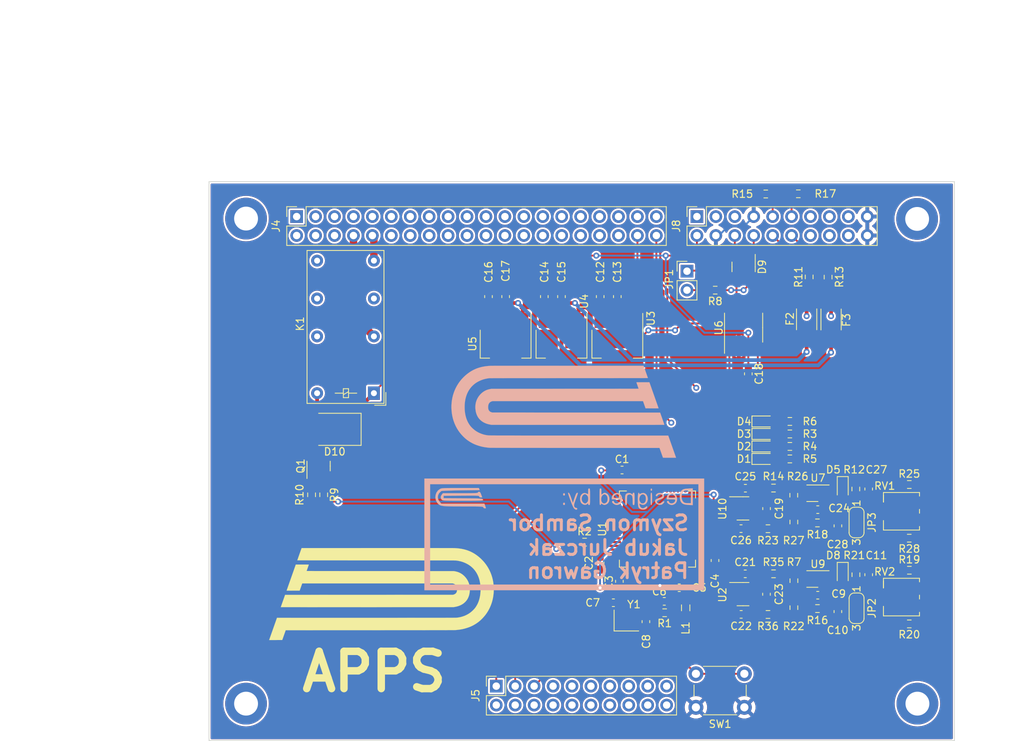
<source format=kicad_pcb>
(kicad_pcb (version 20221018) (generator pcbnew)
  (title_block (title "APPS"))
  (layers (0 "F.Cu" signal) (31 "B.Cu" signal) (34 "B.Paste" user) (35 "F.Paste" user) (36 "B.SilkS" user "B.Silkscreen") (37 "F.SilkS" user "F.Silkscreen") (38 "B.Mask" user) (39 "F.Mask" user) (44 "Edge.Cuts" user))
  (net 0 "")
  (net 1 "GND")
  (net 2 "/3V3_SYS")
  (net 3 "/3V3_A")
  (net 4 "+24V")
  (net 5 "+5V")
  (net 6 "/XTAL1")
  (net 7 "/XTAL2")
  (net 8 "/DAC_REF1")
  (net 9 "/SENSOR1")
  (net 10 "Net-(JP2-A)")
  (net 11 "Net-(C19-Pad1)")
  (net 12 "/SENSOR2")
  (net 13 "Net-(U2-+)")
  (net 14 "3V3_POT2")
  (net 15 "3V3_POT1")
  (net 16 "Net-(C23-Pad1)")
  (net 17 "/LED3")
  (net 18 "/LED2")
  (net 19 "/LED1")
  (net 20 "CAN-H")
  (net 21 "Net-(U10-+)")
  (net 22 "Net-(JP3-A)")
  (net 23 "CAN-L")
  (net 24 "/DAC_REF2")
  (net 25 "Net-(D1-A)")
  (net 26 "Net-(D2-A)")
  (net 27 "Net-(D3-A)")
  (net 28 "SIG_APPS1")
  (net 29 "SIG_APPS2")
  (net 30 "Net-(D4-A)")
  (net 31 "/Power Module/VO_POT1")
  (net 37 "SAFETY-IN")
  (net 39 "SAFETY-OUT")
  (net 43 "Net-(JP1-Pad2)")
  (net 69 "SWD")
  (net 71 "CLK")
  (net 73 "NRST")
  (net 97 "Net-(J8-Pin_12)")
  (net 98 "Net-(J8-Pin_11)")
  (net 99 "Net-(J8-Pin_10)")
  (net 104 "/EN_RELAY")
  (net 105 "Net-(J8-Pin_9)")
  (net 108 "Net-(JP2-C)")
  (net 109 "Net-(JP3-C)")
  (net 110 "Net-(Q1-G)")
  (net 111 "Net-(U1-PH3-BOOT)")
  (net 112 "Net-(U9-FG)")
  (net 113 "Net-(R35-Pad1)")
  (net 114 "Net-(R14-Pad1)")
  (net 115 "Net-(R19-Pad2)")
  (net 116 "/Power Module/VO_POT2")
  (net 117 "Net-(D10-A)")
  (net 118 "Net-(R20-Pad1)")
  (net 119 "Net-(R25-Pad2)")
  (net 120 "Net-(U7-FG)")
  (net 121 "Net-(R28-Pad1)")
  (net 145 "/CAN_RX")
  (net 146 "/LED4")
  (net 148 "/CAN_TX")
  (net 161 "Net-(U7-EN)")
  (net 162 "Net-(U9-EN)")
  (footprint "Logos:PUTM_LOGO_35mm" (layer "F.Cu") (at 122.258347 121.572129)
    (fp_text reference "G***" hide)
    (fp_text value "LOGO" hide)
  )
  (footprint "Resistor_SMD:R_0603_1608Metric_Pad0.98x0.95mm_HandSolder" (layer "F.Cu") (at 178.505 112.24 90)
    (fp_text reference "R27")
    (fp_text value "TBD")
  )
  (footprint "Resistor_SMD:R_0603_1608Metric_Pad0.98x0.95mm_HandSolder" (layer "F.Cu") (at 175.03 113.14 180)
    (fp_text reference "R23")
    (fp_text value "4k7")
  )
  (footprint "Capacitor_SMD:C_0603_1608Metric_Pad1.08x0.95mm_HandSolder" (layer "F.Cu") (at 155.1016 120.1974 90)
    (fp_text reference "C3")
    (fp_text value "100nF")
  )
  (footprint "Capacitor_SMD:C_0603_1608Metric_Pad1.08x0.95mm_HandSolder" (layer "F.Cu") (at 174.835 121.93 -90)
    (fp_text reference "C23")
    (fp_text value "100n")
  )
  (footprint "Resistor_SMD:R_0603_1608Metric_Pad0.98x0.95mm_HandSolder" (layer "F.Cu") (at 177.971 100.4232)
    (fp_text reference "R3")
    (fp_text value "300R")
  )
  (footprint "Resistor_SMD:R_0603_1608Metric_Pad0.98x0.95mm_HandSolder" (layer "F.Cu") (at 178.495 108.645 90)
    (fp_text reference "R26")
    (fp_text value "TBD")
  )
  (footprint "Resistor_SMD:R_0603_1608Metric_Pad0.98x0.95mm_HandSolder" (layer "F.Cu") (at 183.1022 79.3796 90)
    (fp_text reference "R13")
    (fp_text value "0R")
  )
  (footprint "Resistor_SMD:R_0603_1608Metric_Pad0.98x0.95mm_HandSolder" (layer "F.Cu") (at 115.4268 108.5896 -90)
    (fp_text reference "R9")
    (fp_text value "100R")
  )
  (footprint "Resistor_SMD:R_0603_1608Metric_Pad0.98x0.95mm_HandSolder" (layer "F.Cu") (at 161.1714 124.4138)
    (fp_text reference "R1")
    (fp_text value "10k")
  )
  (footprint "Package_TO_SOT_SMD:SOT-23" (layer "F.Cu") (at 114.741 104.7288 90)
    (fp_text reference "Q1")
    (fp_text value "BSS138")
  )
  (footprint "Resistor_SMD:R_0603_1608Metric_Pad0.98x0.95mm_HandSolder" (layer "F.Cu") (at 186.82 107.81 90)
    (fp_text reference "R12")
    (fp_text value "100k")
  )
  (footprint "Capacitor_SMD:C_0603_1608Metric_Pad1.08x0.95mm_HandSolder" (layer "F.Cu") (at 161.1214 122.8898)
    (fp_text reference "C6")
    (fp_text value "100nF")
  )
  (footprint "Resistor_SMD:R_0603_1608Metric_Pad0.98x0.95mm_HandSolder" (layer "F.Cu") (at 113.8012 108.5896 -90)
    (fp_text reference "R10")
    (fp_text value "10k")
  )
  (footprint "Capacitor_SMD:C_0603_1608Metric_Pad1.08x0.95mm_HandSolder" (layer "F.Cu") (at 188.543733 119.31 90)
    (fp_text reference "C11")
    (fp_text value "10n")
  )
  (footprint "Capacitor_SMD:C_0603_1608Metric_Pad1.08x0.95mm_HandSolder" (layer "F.Cu") (at 171.985 119.195 180)
    (fp_text reference "C21")
    (fp_text value "100n")
  )
  (footprint "Capacitor_SMD:C_0603_1608Metric_Pad1.08x0.95mm_HandSolder" (layer "F.Cu") (at 137.5362 81.9958 90)
    (fp_text reference "C16")
    (fp_text value "100nF")
  )
  (footprint "Resistor_SMD:R_0603_1608Metric_Pad0.98x0.95mm_HandSolder" (layer "F.Cu") (at 167.954 81.1322)
    (fp_text reference "R8")
    (fp_text value "120R")
  )
  (footprint "Resistor_SMD:R_0603_1608Metric_Pad0.98x0.95mm_HandSolder" (layer "F.Cu") (at 150.428 114.9396)
    (fp_text reference "R2")
    (fp_text value "10k")
  )
  (footprint "Resistor_SMD:R_0603_1608Metric_Pad0.98x0.95mm_HandSolder" (layer "F.Cu") (at 181.675 123.855)
    (fp_text reference "R16")
    (fp_text value "0R")
  )
  (footprint "Package_QFP:LQFP-64_10x10mm_P0.5mm" (layer "F.Cu") (at 160.207 113.187 90)
    (fp_text reference "U1")
    (fp_text value "STM32L4P5RET6")
  )
  (footprint "Package_TO_SOT_SMD:SOT-223-3_TabPin2" (layer "F.Cu") (at 154.8222 88.3458 -90)
    (fp_text reference "U3")
    (fp_text value "LM1117-3.3")
  )
  (footprint "Package_SO:SOIC-8_3.9x4.9mm_P1.27mm" (layer "F.Cu") (at 171.764 86.1614 90)
    (fp_text reference "U6")
    (fp_text value "MCP2562-H-SN")
  )
  (footprint "Crystal:Crystal_SMD_2520-4Pin_2.5x2.0mm" (layer "F.Cu") (at 156.0414 125.4552)
    (fp_text reference "Y1")
    (fp_text value "Crystal_GND24")
  )
  (footprint "Capacitor_SMD:C_0603_1608Metric_Pad1.08x0.95mm_HandSolder" (layer "F.Cu") (at 147.3292 81.9958 90)
    (fp_text reference "C15")
    (fp_text value "100nF")
  )
  (footprint "LED_SMD:LED_0603_1608Metric_Pad1.05x0.95mm_HandSolder" (layer "F.Cu") (at 174.542 103.7748)
    (fp_text reference "D1")
    (fp_text value "LED")
  )
  (footprint "Capacitor_SMD:C_0603_1608Metric_Pad1.08x0.95mm_HandSolder" (layer "F.Cu") (at 172.005 107.705 180)
    (fp_text reference "C25")
    (fp_text value "100n")
  )
  (footprint "Resistor_SMD:R_0603_1608Metric_Pad0.98x0.95mm_HandSolder" (layer "F.Cu") (at 193.993733 125.91 180)
    (fp_text reference "R20")
    (fp_text value "33k")
  )
  (footprint "Package_TO_SOT_SMD:SOT-23-5" (layer "F.Cu") (at 171.68 110.415)
    (fp_text reference "U10")
    (fp_text value "MCP6001")
  )
  (footprint "Capacitor_SMD:C_0603_1608Metric_Pad1.08x0.95mm_HandSolder" (layer "F.Cu") (at 174.845 110.44 -90)
    (fp_text reference "C19")
    (fp_text value "100n")
  )
  (footprint "Capacitor_SMD:C_0603_1608Metric_Pad1.08x0.95mm_HandSolder" (layer "F.Cu") (at 152.5108 117.759 90)
    (fp_text reference "C2")
    (fp_text value "100nF")
  )
  (footprint "Package_DFN_QFN:TDFN-8-1EP_3x2mm_P0.5mm_EP1.3x1.4mm" (layer "F.Cu") (at 181.74 108.38 180)
    (fp_text reference "U7")
    (fp_text value "MCP6N11-005\n")
  )
  (footprint "Resistor_SMD:R_0603_1608Metric_Pad0.98x0.95mm_HandSolder" (layer "F.Cu") (at 175.035 124.645 180)
    (fp_text reference "R36")
    (fp_text value "4k7")
  )
  (footprint "Capacitor_SMD:C_0603_1608Metric_Pad1.08x0.95mm_HandSolder" (layer "F.Cu") (at 171.435 124.635)
    (fp_text reference "C22")
    (fp_text value "100n")
  )
  (footprint "Jumper:SolderJumper-3_P1.3mm_Open_RoundedPad1.0x1.5mm_NumberLabels" (layer "F.Cu") (at 186.92 112.305 -90)
    (fp_text reference "JP3")
    (fp_text value "POT/DAC")
  )
  (footprint "Resistor_SMD:R_0603_1608Metric_Pad0.98x0.95mm_HandSolder" (layer "F.Cu") (at 175.78 119.19 180)
    (fp_text reference "R35")
    (fp_text value "4k7")
  )
  (footprint "Capacitor_SMD:C_0603_1608Metric_Pad1.08x0.95mm_HandSolder" (layer "F.Cu") (at 145.0292 81.9958 90)
    (fp_text reference "C14")
    (fp_text value "100nF")
  )
  (footprint "" (layer "F.Cu") (at 105.009 71.5272)
    (fp_text reference "")
    (fp_text value "")
  )
  (footprint "Connector_PinSocket_2.54mm:PinSocket_2x20_P2.54mm_Vertical" (layer "F.Cu") (at 111.8 71.26 90)
    (fp_text reference "J4")
    (fp_text value "Sygnały")
  )
  (footprint "Diode_SMD:D_0603_1608Metric_Pad1.05x0.95mm_HandSolder" (layer "F.Cu") (at 185.063733 119.315 -90)
    (fp_text reference "D8")
    (fp_text value "D_TVS")
  )
  (footprint "Potentiometer_SMD:Potentiometer_Bourns_3214J_Horizontal" (layer "F.Cu") (at 192.943733 122.31)
    (fp_text reference "RV2")
    (fp_text value "1k")
  )
  (footprint "Diode_SMD:D_SMB" (layer "F.Cu") (at 116.9 99.8025 180)
    (fp_text reference "D10")
    (fp_text value "DIODE")
  )
  (footprint "Package_TO_SOT_SMD:SOT-223-3_TabPin2" (layer "F.Cu") (at 139.8362 88.3458 -90)
    (fp_text reference "U5")
    (fp_text value "LM1117-3.3")
  )
  (footprint "Inductor_SMD:L_0805_2012Metric" (layer "F.Cu") (at 163.9916 123.7534 90)
    (fp_text reference "L1")
    (fp_text value "10u")
  )
  (footprint "Resistor_SMD:R_0603_1608Metric_Pad0.98x0.95mm_HandSolder" (layer "F.Cu") (at 178.513733 120.11 90)
    (fp_text reference "R7")
    (fp_text value "TBD")
  )
  (footprint "Resistor_SMD:R_0603_1608Metric_Pad0.98x0.95mm_HandSolder" (layer "F.Cu") (at 175.775 107.685 180)
    (fp_text reference "R14")
    (fp_text value "4k7")
  )
  (footprint "LED_SMD:LED_0603_1608Metric_Pad1.05x0.95mm_HandSolder" (layer "F.Cu") (at 174.542 100.4232)
    (fp_text reference "D3")
    (fp_text value "LED")
  )
  (footprint "Resistor_SMD:R_0603_1608Metric_Pad0.98x0.95mm_HandSolder" (layer "F.Cu") (at 193.995 107.21)
    (fp_text reference "R25")
    (fp_text value "10k")
  )
  (footprint "Resistor_SMD:R_0603_1608Metric_Pad0.98x0.95mm_HandSolder" (layer "F.Cu") (at 178.51 123.73 90)
    (fp_text reference "R22")
    (fp_text value "TBD")
  )
  (footprint "MountingHole:MountingHole_3.2mm_M3_DIN965_Pad" (layer "F.Cu") (at 195.046008 71.573201)
    (fp_text reference "" hide)
    (fp_text value "MountingHole_3.2mm_M3_DIN965_Pad")
  )
  (footprint "Package_TO_SOT_SMD:SOT-23-5" (layer "F.Cu") (at 171.685 121.915)
    (fp_text reference "U2")
    (fp_text value "MCP6001")
  )
  (footprint "Jumper:SolderJumper-3_P1.3mm_Open_RoundedPad1.0x1.5mm_NumberLabels" (layer "F.Cu") (at 186.923733 123.81 -90)
    (fp_text reference "JP2")
    (fp_text value "POT/DAC")
  )
  (footprint "Capacitor_SMD:C_0603_1608Metric_Pad1.08x0.95mm_HandSolder" (layer "F.Cu") (at 188.545 107.815 90)
    (fp_text reference "C27")
    (fp_text value "10n")
  )
  (footprint "" (layer "F.Cu") (at 195.085 136.6096)
    (fp_text reference "")
    (fp_text value "")
  )
  (footprint "Resistor_SMD:R_0603_1608Metric_Pad0.98x0.95mm_HandSolder" (layer "F.Cu") (at 194.003733 118.71)
    (fp_text reference "R19")
    (fp_text value "10k")
  )
  (footprint "Connector_PinSocket_2.54mm:PinSocket_2x10_P2.54mm_Vertical" (layer "F.Cu") (at 165.5 71.26 90)
    (fp_text reference "J8")
    (fp_text value "Zasilanie+CAN")
  )
  (footprint "Capacitor_SMD:C_0603_1608Metric_Pad1.08x0.95mm_HandSolder" (layer "F.Cu") (at 139.8362 81.9958 90)
    (fp_text reference "C17")
    (fp_text value "100nF")
  )
  (footprint "Resistor_SMD:R_0603_1608Metric_Pad0.98x0.95mm_HandSolder" (layer "F.Cu") (at 181.67 112.36)
    (fp_text reference "R18")
    (fp_text value "0R")
  )
  (footprint "Diode_SMD:D_0603_1608Metric_Pad1.05x0.95mm_HandSolder" (layer "F.Cu") (at 185.065 107.81 -90)
    (fp_text reference "D5")
    (fp_text value "D_TVS")
  )
  (footprint "Capacitor_SMD:C_0603_1608Metric_Pad1.08x0.95mm_HandSolder" (layer "F.Cu") (at 171.42 113.125)
    (fp_text reference "C26")
    (fp_text value "100n")
  )
  (footprint "Fuse:Fuse_2010_5025Metric" (layer "F.Cu") (at 183.4988 85.0692 -90)
    (fp_text reference "F3")
    (fp_text value "Fuse")
  )
  (footprint "Capacitor_SMD:C_0603_1608Metric_Pad1.08x0.95mm_HandSolder" (layer "F.Cu") (at 163.128 121.061 180)
    (fp_text reference "C5")
    (fp_text value "100nF")
  )
  (footprint "Package_TO_SOT_SMD:SOT-23" (layer "F.Cu") (at 171.764 78.008 -90)
    (fp_text reference "D9")
    (fp_text value "PESD2CAN.215")
  )
  (footprint "Resistor_SMD:R_0603_1608Metric_Pad0.98x0.95mm_HandSolder" (layer "F.Cu") (at 177.971 103.7748 180)
    (fp_text reference "R5")
    (fp_text value "300R")
  )
  (footprint "Resistor_SMD:R_0603_1608Metric_Pad0.98x0.95mm_HandSolder" (layer "F.Cu") (at 177.971 102.0996)
    (fp_text reference "R4")
    (fp_text value "300R")
  )
  (footprint "" (layer "F.Cu") (at 105.009 136.6096)
    (fp_text reference "")
    (fp_text value "")
  )
  (footprint "Button_Switch_THT:SW_PUSH_6mm" (layer "F.Cu") (at 171.8644 137.1032 180)
    (fp_text reference "SW1")
    (fp_text value "SW_Push")
  )
  (footprint "Connector_PinHeader_2.54mm:PinHeader_1x02_P2.54mm_Vertical" (layer "F.Cu") (at 164.1694 78.5872)
    (fp_text reference "JP1")
    (fp_text value "Jumper_NC_Small")
  )
  (footprint "Relay_THT:Relay_DPDT_Finder_30.22" (layer "F.Cu") (at 122.1615 94.9535 90)
    (fp_text reference "K1")
    (fp_text value "FINDER-30.22")
  )
  (footprint "Capacitor_SMD:C_0603_1608Metric_Pad1.08x0.95mm_HandSolder" (layer "F.Cu") (at 181.715 110.575)
    (fp_text reference "C24")
    (fp_text value "100n")
  )
  (footprint "Resistor_SMD:R_0603_1608Metric_Pad0.98x0.95mm_HandSolder" (layer "F.Cu") (at 179.1027 68.2036 180)
    (fp_text reference "R17")
    (fp_text value "220R")
  )
  (footprint "Capacitor_SMD:C_0603_1608Metric_Pad1.08x0.95mm_HandSolder" (layer "F.Cu") (at 158.6576 125.6076 -90)
    (fp_text reference "C8")
    (fp_text value "22pF")
  )
  (footprint "Package_TO_SOT_SMD:SOT-223-3_TabPin2" (layer "F.Cu") (at 147.3292 88.3458 -90)
    (fp_text reference "U4")
    (fp_text value "LM1117-3.3")
  )
  (footprint "Capacitor_SMD:C_0603_1608Metric_Pad1.08x0.95mm_HandSolder" (layer "F.Cu") (at 152.5222 81.9958 90)
    (fp_text reference "C12")
    (fp_text value "100nF")
  )
  (footprint "Capacitor_SMD:C_0603_1608Metric_Pad1.08x0.95mm_HandSolder" (layer "F.Cu") (at 181.713733 122.06)
    (fp_text reference "C9")
    (fp_text value "100n")
  )
  (footprint "Resistor_SMD:R_0603_1608Metric_Pad0.98x0.95mm_HandSolder" (layer "F.Cu") (at 174.7377 68.229)
    (fp_text reference "R15")
    (fp_text value "0R")
  )
  (footprint "Resistor_SMD:R_0603_1608Metric_Pad0.98x0.95mm_HandSolder" (layer "F.Cu") (at 180.5622 79.3542 90)
    (fp_text reference "R11")
    (fp_text value "220R")
  )
  (footprint "Package_DFN_QFN:TDFN-8-1EP_3x2mm_P0.5mm_EP1.3x1.4mm" (layer "F.Cu") (at 181.735 119.885 180)
    (fp_text reference "U9")
    (fp_text value "MCP6N11-005\n")
  )
  (footprint "Capacitor_SMD:C_0603_1608Metric_Pad1.08x0.95mm_HandSolder" (layer "F.Cu") (at 155.4572 105.2622)
    (fp_text reference "C1")
    (fp_text value "100nF")
  )
  (footprint "LED_SMD:LED_0603_1608Metric_Pad1.05x0.95mm_HandSolder" (layer "F.Cu") (at 174.542 98.7472)
    (fp_text reference "D4")
    (fp_text value "LED")
  )
  (footprint "Resistor_SMD:R_0603_1608Metric_Pad0.98x0.95mm_HandSolder" (layer "F.Cu") (at 177.971 98.7472 180)
    (fp_text reference "R6")
    (fp_text value "300R")
  )
  (footprint "Resistor_SMD:R_0603_1608Metric_Pad0.98x0.95mm_HandSolder" (layer "F.Cu") (at 186.833733 119.31 90)
    (fp_text reference "R21")
    (fp_text value "100k")
  )
  (footprint "Resistor_SMD:R_0603_1608Metric_Pad0.98x0.95mm_HandSolder" (layer "F.Cu") (at 193.988733 114.41 180)
    (fp_text reference "R28")
    (fp_text value "33k")
  )
  (footprint "Capacitor_SMD:C_0603_1608Metric_Pad1.08x0.95mm_HandSolder" (layer "F.Cu") (at 154.2899 123.0676)
    (fp_text reference "C7")
    (fp_text value "22pF")
  )
  (footprint "Fuse:Fuse_2010_5025Metric" (layer "F.Cu") (at 180.2222 85.0438 -90)
    (fp_text reference "F2")
    (fp_text value "Fuse")
  )
  (footprint "Capacitor_SMD:C_0603_1608Metric_Pad1.08x0.95mm_HandSolder" (layer "F.Cu") (at 172.399 92.359 -90)
    (fp_text reference "C18")
    (fp_text value "100nF")
  )
  (footprint "Capacitor_SMD:C_0603_1608Metric_Pad1.08x0.95mm_HandSolder" (layer "F.Cu") (at 184.415 124.255 90)
    (fp_text reference "C10")
    (fp_text value "10n")
  )
  (footprint "Capacitor_SMD:C_0603_1608Metric_Pad1.08x0.95mm_HandSolder" (layer "F.Cu") (at 184.42 112.755 90)
    (fp_text reference "C28")
    (fp_text value "10n")
  )
  (footprint "Capacitor_SMD:C_0603_1608Metric_Pad1.08x0.95mm_HandSolder" (layer "F.Cu") (at 154.8222 81.9958 90)
    (fp_text reference "C13")
    (fp_text value "100nF")
  )
  (footprint "Connector_PinSocket_2.54mm:PinSocket_2x10_P2.54mm_Vertical" (layer "F.Cu") (at 138.58 134.26 90)
    (fp_text reference "J5")
    (fp_text value "Diagnostyka")
  )
  (footprint "Capacitor_SMD:C_0603_1608Metric_Pad1.08x0.95mm_HandSolder" (layer "F.Cu") (at 167.9286 117.4034 -90)
    (fp_text reference "C4")
    (fp_text value "100nF")
  )
  (footprint "Potentiometer_SMD:Potentiometer_Bourns_3214J_Horizontal" (layer "F.Cu") (at 192.945 110.8)
    (fp_text reference "RV1")
    (fp_text value "1k")
  )
  (footprint "LED_SMD:LED_0603_1608Metric_Pad1.05x0.95mm_HandSolder" (layer "F.Cu") (at 174.542 102.0996)
    (fp_text reference "D2")
    (fp_text value "LED")
  )
  (footprint "Logos:SignatureBox37mm" (layer "B.Cu") (at 147.7356 113.8982 180)
    (fp_text reference "G***" hide)
    (fp_text value "LOGO" hide)
  )
  (footprint "Logos:PUTM_LOGO_35mm" (layer "B.Cu") (at 148.552254 97.114729 180)
    (fp_text reference "G***" hide)
    (fp_text value "LOGO" hide)
  )
  (gr_line (start 100.046008 66.573201) (end 100.046008 141.573201) (stroke (width 0.1)) (layer "Edge.Cuts"))
  (gr_line (start 200.046008 141.573201) (end 200.046008 66.573201) (stroke (width 0.1)) (layer "Edge.Cuts"))
  (gr_line (start 200.046008 66.573201) (end 100.046008 66.573201) (stroke (width 0.1)) (layer "Edge.Cuts"))
  (gr_line (start 100.046008 141.573201) (end 200.046008 141.573201) (stroke (width 0.1)) (layer "Edge.Cuts"))
  (gr_text "Szymon Sambor" (at 152.3076 112.3742) (layer "B.SilkS") (effects (font (size 2 2) (thickness 0.4)) (justify mirror)))
  (gr_text "Jakub Jurczak" (at 153.5776 115.6762) (layer "B.SilkS") (effects (font (size 2 2) (thickness 0.4)) (justify mirror)))
  (gr_text "Patryk Gawron" (at 153.5268 118.8004) (layer "B.SilkS") (effects (font (size 2 2) (thickness 0.4)) (justify mirror)))
  (gr_text "APPS" (at 122.1954 132.3264) (layer "F.SilkS") (effects (font (size 5 5) (thickness 1))))
  (segment (start 167.065 116.779994) (end 166.722006 116.437) (width 0.25) (layer "F.Cu") (net 1))
  (segment (start 167.9286 118.2659) (end 167.065 117.4023) (width 0.25) (layer "F.Cu") (net 1))
  (segment (start 155.1664 123.0816) (end 155.1524 123.0676) (width 0.25) (layer "F.Cu") (net 1))
  (segment (start 161.957 120.7525) (end 162.2655 121.061) (width 0.25) (layer "F.Cu") (net 1))
  (segment (start 161.956999 117.78778) (end 163.307778 116.437001) (width 0.25) (layer "F.Cu") (net 1))
  (segment (start 164.807779 109.936999) (end 165.8331 109.936999) (width 0.25) (layer "F.Cu") (net 1))
  (segment (start 166.722006 116.437) (end 165.882 116.437) (width 0.25) (layer "F.Cu") (net 1))
  (segment (start 156.957 107.512) (end 156.957 105.8995) (width 0.25) (layer "F.Cu") (net 1))
  (segment (start 155.63152 117.658482) (end 156.853001 116.437001) (width 0.25) (layer "F.Cu") (net 1))
  (segment (start 152.587 116.9727) (end 152.5605 116.9462) (width 0.25) (layer "F.Cu") (net 1))
  (segment (start 158.307777 109.936999) (end 156.956999 108.586221) (width 0.25) (layer "F.Cu") (net 1))
  (segment (start 161.956999 117.787777) (end 161.956999 118.8131) (width 0.25) (layer "F.Cu") (net 1))
  (segment (start 167.065 117.4023) (end 167.065 116.779994) (width 0.25) (layer "F.Cu") (net 1))
  (segment (start 163.307778 116.437001) (end 165.8331 116.437001) (width 0.25) (layer "F.Cu") (net 1))
  (segment (start 156.9164 126.1552) (end 158.3427 126.1552) (width 0.25) (layer "F.Cu") (net 1))
  (segment (start 156.853001 116.437001) (end 160.606223 116.437001) (width 0.25) (layer "F.Cu") (net 1))
  (segment (start 162.2655 121.061) (end 160.842 121.061) (width 0.25) (layer "F.Cu") (net 1))
  (segment (start 156.7668 126.1552) (end 156.9164 126.1552) (width 0.25) (layer "F.Cu") (net 1))
  (segment (start 154.5809 116.437001) (end 156.853001 116.437001) (width 0.25) (layer "F.Cu") (net 1))
  (segment (start 154.532 116.437) (end 152.9703 116.437) (width 0.25) (layer "F.Cu") (net 1))
  (segment (start 161.957 118.862) (end 161.957 120.7525) (width 0.25) (layer "F.Cu") (net 1))
  (segment (start 156.957 105.8995) (end 156.3197 105.2622) (width 0.25) (layer "F.Cu") (net 1))
  (segment (start 163.307778 111.437) (end 164.807779 109.936999) (width 0.25) (layer "F.Cu") (net 1))
  (segment (start 161.9839 122.8898) (end 160.5372 121.4431) (width 0.25) (layer "F.Cu") (net 1))
  (segment (start 152.9703 116.437) (end 152.5108 116.8965) (width 0.25) (layer "F.Cu") (net 1))
  (segment (start 161.956999 118.8131) (end 161.956999 117.78778) (width 0.25) (layer "F.Cu") (net 1))
  (segment (start 155.63152 118.80498) (end 155.63152 117.658482) (width 0.25) (layer "F.Cu") (net 1))
  (segment (start 155.3668 124.7552) (end 156.7668 126.1552) (width 0.25) (layer "F.Cu") (net 1))
  (segment (start 160.842 121.061) (end 160.5372 120.7562) (width 0.25) (layer "F.Cu") (net 1))
  (segment (start 163.307778 116.437001) (end 163.307778 111.437) (width 0.25) (layer "F.Cu") (net 1))
  (segment (start 160.5372 121.4431) (end 160.5372 120.7562) (width 0.25) (layer "F.Cu") (net 1))
  (segment (start 158.3427 126.1552) (end 158.6576 126.4701) (width 0.25) (layer "F.Cu") (net 1))
  (segment (start 164.807779 109.936999) (end 158.307777 109.936999) (width 0.25) (layer "F.Cu") (net 1))
  (segment (start 155.1016 119.3349) (end 155.63152 118.80498) (width 0.25) (layer "F.Cu") (net 1))
  (segment (start 160.606223 116.437001) (end 161.956999 117.787777) (width 0.25) (layer "F.Cu") (net 1))
  (segment (start 155.1664 124.7552) (end 155.1664 123.0816) (width 0.25) (layer "F.Cu") (net 1))
  (segment (start 156.956999 108.586221) (end 156.956999 107.5609) (width 0.25) (layer "F.Cu") (net 1))
  (via (at 160.5372 120.7562) (size 0.8) (drill 0.4) (layers "F.Cu" "B.Cu") (net 1))
  (segment (start 173.12 71.26) (end 171.855 72.525) (width 0.25) (layer "B.Cu") (net 1))
  (segment (start 168.45 73.8) (end 168.04 73.8) (width 0.25) (layer "B.Cu") (net 1))
  (segment (start 171.855 72.525) (end 169.725 72.525) (width 0.25) (layer "B.Cu") (net 1))
  (segment (start 169.725 72.525) (end 168.45 73.8) (width 0.25) (layer "B.Cu") (net 1))
  (segment (start 156.457 119.7045) (end 156.457 118.862) (width 0.25) (layer "F.Cu") (net 2))
  (segment (start 177.8835 88.8835) (end 174.6026 85.6026) (width 0.25) (layer "F.Cu") (net 2))
  (segment (start 173.75 85.6026) (end 163.4836 85.6026) (width 0.25) (layer "F.Cu") (net 2))
  (segment (start 169 117.6123) (end 167.9286 116.5409) (width 0.25) (layer "F.Cu") (net 2))
  (segment (start 158.984489 86.520311) (end 158.9878 86.517) (width 0.25) (layer "F.Cu") (net 2))
  (segment (start 163.9916 124.8159) (end 162.486 124.8159) (width 0.25) (layer "F.Cu") (net 2))
  (segment (start 154.8222 85.1958) (end 154.8222 86.8222) (width 0.25) (layer "F.Cu") (net 2))
  (segment (start 163.9916 124.8159) (end 164.9341 124.8159) (width 0.25) (layer "F.Cu") (net 2))
  (segment (start 167.3247 115.937) (end 165.8331 115.937) (width 0.25) (layer "F.Cu") (net 2))
  (segment (start 167.7508 109.1992) (end 167.513 109.437) (width 0.25) (layer "F.Cu") (net 2))
  (segment (start 154.5947 105.2622) (end 154.5947 105.6497) (width 0.25) (layer "F.Cu") (net 2))
  (segment (start 154.5947 105.6497) (end 156.457 107.512) (width 0.25) (layer "F.Cu") (net 2))
  (segment (start 167.9286 116.5409) (end 167.3247 115.937) (width 0.25) (layer "F.Cu") (net 2))
  (segment (start 152.8475 118.6215) (end 154.532 116.937) (width 0.25) (layer "F.Cu") (net 2))
  (segment (start 163.4836 85.6026) (end 162.5692 86.517) (width 0.25) (layer "F.Cu") (net 2))
  (segment (start 155.1005 121.061) (end 155.1016 121.0599) (width 0.25) (layer "F.Cu") (net 2))
  (segment (start 167.7508 108.5642) (end 167.7508 109.1992) (width 0.25) (layer "F.Cu") (net 2))
  (segment (start 164.9341 124.8159) (end 169 120.75) (width 0.25) (layer "F.Cu") (net 2))
  (segment (start 167.513 109.437) (end 165.8331 109.437) (width 0.25) (layer "F.Cu") (net 2))
  (segment (start 169 120.75) (end 169 117.6123) (width 0.25) (layer "F.Cu") (net 2))
  (segment (start 152.5108 121.061) (end 155.1005 121.061) (width 0.25) (layer "F.Cu") (net 2))
  (segment (start 152.5108 118.6215) (end 152.8475 118.6215) (width 0.25) (layer "F.Cu") (net 2))
  (segment (start 174.6026 85.6026) (end 173.75 85.6026) (width 0.25) (layer "F.Cu") (net 2))
  (segment (start 173.75 85.6026) (end 173.75 83.7674) (width 0.25) (layer "F.Cu") (net 2))
  (segment (start 154.8222 85.1958) (end 154.8222 82.8583) (width 0.25) (layer "F.Cu") (net 2))
  (segment (start 173.75 83.7674) (end 173.669 83.6864) (width 0.25) (layer "F.Cu") (net 2))
  (segment (start 158.9878 86.517) (end 154.8222 90.6826) (width 0.25) (layer "F.Cu") (net 2))
  (segment (start 154.8222 90.6826) (end 154.8222 91.4958) (width 0.25) (layer "F.Cu") (net 2))
  (segment (start 155.1016 121.0599) (end 156.457 119.7045) (width 0.25) (layer "F.Cu") (net 2))
  (segment (start 162.486 124.8159) (end 162.0839 124.4138) (width 0.25) (layer "F.Cu") (net 2))
  (segment (start 154.5439 105.313) (end 154.5947 105.2622) (width 0.25) (layer "F.Cu") (net 2))
  (segment (start 154.8222 86.8222) (end 156.7524 88.7524) (width 0.25) (layer "F.Cu") (net 2))
  (segment (start 152.6632 105.313) (end 154.5439 105.313) (width 0.25) (layer "F.Cu") (net 2))
  (segment (start 152.5108 121.061) (end 152.5108 118.6215) (width 0.25) (layer "F.Cu") (net 2))
  (via (at 167.7508 108.5642) (size 0.8) (drill 0.4) (layers "F.Cu" "B.Cu") (net 2))
  (via (at 152.6632 105.313) (size 0.8) (drill 0.4) (layers "F.Cu" "B.Cu") (net 2))
  (via (at 158.9878 86.517) (size 0.8) (drill 0.4) (layers "F.Cu" "B.Cu") (net 2))
  (via (at 162.5692 86.517) (size 0.8) (drill 0.4) (layers "F.Cu" "B.Cu") (net 2))
  (via (at 152.5108 121.061) (size 0.8) (drill 0.4) (layers "F.Cu" "B.Cu") (net 2))
  (segment (start 161.223 108.5642) (end 158.8989 110.8883) (width 0.25) (layer "B.Cu") (net 2))
  (segment (start 152.5108 117.2764) (end 152.5108 121.061) (width 0.25) (layer "B.Cu") (net 2))
  (segment (start 158.8989 110.8883) (end 156.7907 110.8883) (width 0.25) (layer "B.Cu") (net 2))
  (segment (start 158.8989 110.8883) (end 152.587 117.2002) (width 0.25) (layer "B.Cu") (net 2))
  (segment (start 152.587 117.2002) (end 152.5108 117.2764) (width 0.25) (layer "B.Cu") (net 2))
  (segment (start 156.7907 110.8883) (end 152.6632 106.7608) (width 0.25) (layer "B.Cu") (net 2))
  (segment (start 152.6632 106.7608) (end 152.6632 105.313) (width 0.25) (layer "B.Cu") (net 2))
  (segment (start 158.9878 86.517) (end 162.5692 86.517) (width 0.25) (layer "B.Cu") (net 2))
  (segment (start 167.7508 108.5642) (end 161.223 108.5642) (width 0.25) (layer "B.Cu") (net 2))
  (segment (start 163.9959 122.712) (end 163.9959 121.0664) (width 0.25) (layer "F.Cu") (net 3))
  (segment (start 162.457001 119.838423) (end 162.457001 118.8131) (width 0.25) (layer "F.Cu") (net 3))
  (segment (start 163.9905 121.061) (end 163.679578 121.061) (width 0.25) (layer "F.Cu") (net 3))
  (segment (start 163.9959 121.0664) (end 163.9905 121.061) (width 0.25) (layer "F.Cu") (net 3))
  (segment (start 163.679578 121.061) (end 162.457001 119.838423) (width 0.25) (layer "F.Cu") (net 3))
  (segment (start 137.5362 82.8583) (end 137.5362 85.1958) (width 0.5) (layer "F.Cu") (net 5))
  (segment (start 165.5 74.9756) (end 165.5 73.8) (width 0.25) (layer "F.Cu") (net 5))
  (segment (start 150.3518 76.5186) (end 150.3518 77.627) (width 0.25) (layer "F.Cu") (net 5))
  (segment (start 172.399 86.846907) (end 172.399 88.6364) (width 0.25) (layer "F.Cu") (net 5))
  (segment (start 136 77.5008) (end 136 81.3221) (width 0.25) (layer "F.Cu") (net 5))
  (segment (start 122.1615 94.8385) (end 131.8042 85.1958) (width 0.25) (layer "F.Cu") (net 5))
  (segment (start 161.32 76.5) (end 163.9756 76.5) (width 0.25) (layer "F.Cu") (net 5))
  (segment (start 150.3518 77.627) (end 150.3518 80.6879) (width 0.25) (layer "F.Cu") (net 5))
  (segment (start 131.8042 85.1958) (end 137.5362 85.1958) (width 0.25) (layer "F.Cu") (net 5))
  (segment (start 142.7826 76.5928) (end 142.7826 80.6117) (width 0.25) (layer "F.Cu") (net 5))
  (segment (start 136 81.3221) (end 137.5362 82.8583) (width 0.25) (layer "F.Cu") (net 5))
  (segment (start 150.3704 76.5) (end 150.3518 76.5186) (width 0.25) (layer "F.Cu") (net 5))
  (segment (start 142.7826 80.6117) (end 145.0292 82.8583) (width 0.25) (layer "F.Cu") (net 5))
  (segment (start 150.3518 80.6879) (end 152.5222 82.8583) (width 0.25) (layer "F.Cu") (net 5))
  (segment (start 145.0292 82.8583) (end 145.0292 85.1958) (width 0.5) (layer "F.Cu") (net 5))
  (segment (start 119.05 98.065) (end 122.1615 94.9535) (width 0.5) (layer "F.Cu") (net 5))
  (segment (start 119.05 99.8025) (end 119.05 98.065) (width 0.5) (layer "F.Cu") (net 5))
  (segment (start 152.5222 82.8583) (end 152.5222 85.1958) (width 0.5) (layer "F.Cu") (net 5))
  (segment (start 150.3332 76.5) (end 137.0008 76.5) (width 0.25) (layer "F.Cu") (net 5))
  (segment (start 122.1615 94.9535) (end 122.1615 94.8385) (width 0.25) (layer "F.Cu") (net 5))
  (segment (start 137.0008 76.5) (end 136 77.5008) (width 0.25) (layer "F.Cu") (net 5))
  (segment (start 172.399 91.4965) (end 172.399 88.6364) (width 0.25) (layer "F.Cu") (net 5))
  (segment (start 152 76.5) (end 150.3704 76.5) (width 0.25) (layer "F.Cu") (net 5))
  (segment (start 142.75 76.5602) (end 142.7826 76.5928) (width 0.25) (layer "F.Cu") (net 5))
  (segment (start 150.3518 76.5186) (end 150.3332 76.5) (width 0.25) (layer "F.Cu") (net 5))
  (segment (start 163.9756 76.5) (end 165.5 74.9756) (width 0.25) (layer "F.Cu") (net 5))
  (via (at 172.399 86.846907) (size 0.8) (drill 0.4) (layers "F.Cu" "B.Cu") (net 5))
  (via (at 152 76.5) (size 0.8) (drill 0.4) (layers "F.Cu" "B.Cu") (net 5))
  (via (at 161.32 76.5) (size 0.8) (drill 0.4) (layers "F.Cu" "B.Cu") (net 5))
  (segment (start 172.398707 86.8472) (end 172.399 86.846907) (width 0.25) (layer "B.Cu") (net 5))
  (segment (start 161.32 76.5) (end 152 76.5) (width 0.25) (layer "B.Cu") (net 5))
  (segment (start 166.5062 86.8472) (end 172.398707 86.8472) (width 0.25) (layer "B.Cu") (net 5))
  (segment (start 161.32 76.5) (end 161.32 81.661) (width 0.25) (layer "B.Cu") (net 5))
  (segment (start 161.32 81.661) (end 166.5062 86.8472) (width 0.25) (layer "B.Cu") (net 5))
  (segment (start 153.4274 123.0676) (end 154.418 122.077) (width 0.25) (layer "F.Cu") (net 6))
  (segment (start 158.457 121.414) (end 158.457 118.862) (width 0.25) (layer "F.Cu") (net 6))
  (segment (start 157.794 122.077) (end 158.2512 121.6198) (width 0.25) (layer "F.Cu") (net 6))
  (segment (start 154.4046 126.1552) (end 153.4274 125.178) (width 0.25) (layer "F.Cu") (net 6))
  (segment (start 153.4274 125.178) (end 153.4274 123.0676) (width 0.25) (layer "F.Cu") (net 6))
  (segment (start 158.2512 121.6198) (end 158.457 121.414) (width 0.25) (layer "F.Cu") (net 6))
  (segment (start 154.418 122.077) (end 157.794 122.077) (width 0.25) (layer "F.Cu") (net 6))
  (segment (start 155.1664 126.1552) (end 154.4046 126.1552) (width 0.25) (layer "F.Cu") (net 6))
  (segment (start 158.6475 124.7552) (end 158.6576 124.7451) (width 0.25) (layer "F.Cu") (net 7))
  (segment (start 158.6576 124.7451) (end 158.9624 124.4403) (width 0.25) (layer "F.Cu") (net 7))
  (segment (start 158.9624 118.8674) (end 158.957 118.862) (width 0.25) (layer "F.Cu") (net 7))
  (segment (start 158.9624 124.4403) (end 158.9624 118.8674) (width 0.25) (layer "F.Cu") (net 7))
  (segment (start 156.9164 124.7552) (end 158.6475 124.7552) (width 0.25) (layer "F.Cu") (net 7))
  (segment (start 168.8578 115.437) (end 165.882 115.437) (width 0.25) (layer "F.Cu") (net 8))
  (segment (start 183.1022 81.4976) (end 183.4988 81.8942) (width 0.5) (layer "F.Cu") (net 14))
  (segment (start 183.4988 82.8192) (end 183.4988 84.612) (width 0.5) (layer "F.Cu") (net 14))
  (segment (start 183.4988 81.8942) (end 183.4988 82.8192) (width 0.5) (layer "F.Cu") (net 14))
  (segment (start 183.1022 80.3087) (end 183.1022 81.4976) (width 0.5) (layer "F.Cu") (net 14))
  (via (at 183.4988 84.612) (size 0.8) (drill 0.4) (layers "F.Cu" "B.Cu") (net 14))
  (segment (start 180.2222 82.7938) (end 180.2222 84.612) (width 0.5) (layer "F.Cu") (net 15))
  (segment (start 180.5622 81.1478) (end 180.2222 81.4878) (width 0.5) (layer "F.Cu") (net 15))
  (segment (start 180.5622 80.3087) (end 180.5622 81.1478) (width 0.5) (layer "F.Cu") (net 15))
  (segment (start 180.2222 81.4878) (end 180.2222 82.7938) (width 0.5) (layer "F.Cu") (net 15))
  (via (at 180.2222 84.612) (size 0.8) (drill 0.4) (layers "F.Cu" "B.Cu") (net 15))
  (segment (start 170.58 76.8365) (end 170.58 73.8) (width 0.25) (layer "F.Cu") (net 20))
  (segment (start 170.814 83.3714) (end 171.129 83.6864) (width 0.25) (layer "F.Cu") (net 20))
  (segment (start 170.814 77.0705) (end 170.814 83.3714) (width 0.25) (layer "F.Cu") (net 20))
  (segment (start 170.814 77.0705) (end 170.814 77.4594) (width 0.25) (layer "F.Cu") (net 20))
  (segment (start 170.814 77.0705) (end 170.58 76.8365) (width 0.25) (layer "F.Cu") (net 20))
  (segment (start 170.814 77.4594) (end 169.7574 78.516) (width 0.25) (layer "F.Cu") (net 20))
  (segment (start 169.7524 78.511) (end 164.7536 78.511) (width 0.25) (layer "F.Cu") (net 20))
  (segment (start 169.7574 78.516) (end 169.7524 78.511) (width 0.25) (layer "F.Cu") (net 20))
  (segment (start 172.714 79.8774) (end 172.714 80.0044) (width 0.25) (layer "F.Cu") (net 23))
  (segment (start 171.764 81.1322) (end 172.714 80.1822) (width 0.25) (layer "F.Cu") (net 23))
  (segment (start 172.714 80.1822) (end 172.714 80.0044) (width 0.25) (layer "F.Cu") (net 23))
  (segment (start 169.8082 81.1322) (end 170.0876 81.1322) (width 0.25) (layer "F.Cu") (net 23))
  (segment (start 173.12 76.6645) (end 173.12 73.8) (width 0.25) (layer "F.Cu") (net 23))
  (segment (start 172.714 77.0705) (end 172.714 79.8774) (width 0.25) (layer "F.Cu") (net 23))
  (segment (start 172.714 77.0705) (end 173.12 76.6645) (width 0.25) (layer "F.Cu") (net 23))
  (segment (start 172.714 80.0044) (end 172.714 83.3714) (width 0.25) (layer "F.Cu") (net 23))
  (segment (start 172.714 83.3714) (end 172.399 83.6864) (width 0.25) (layer "F.Cu") (net 23))
  (segment (start 168.8665 81.1322) (end 169.8082 81.1322) (width 0.25) (layer "F.Cu") (net 23))
  (via (at 170.0876 81.1322) (size 0.8) (drill 0.4) (layers "F.Cu" "B.Cu") (net 23))
  (via (at 171.764 81.1322) (size 0.8) (drill 0.4) (layers "F.Cu" "B.Cu") (net 23))
  (segment (start 171.4592 81.1322) (end 171.764 81.1322) (width 0.25) (layer "B.Cu") (net 23))
  (segment (start 170.0876 81.1322) (end 171.4592 81.1322) (width 0.25) (layer "B.Cu") (net 23))
  (segment (start 160.08 96.9056) (end 160.08 96.931) (width 0.25) (layer "F.Cu") (net 28))
  (segment (start 160.08 81.1322) (end 160.08 96.9056) (width 0.25) (layer "F.Cu") (net 28))
  (segment (start 157.52 78.5722) (end 160.0546 81.1068) (width 0.25) (layer "F.Cu") (net 28))
  (segment (start 160.08 96.931) (end 162.0612 98.9122) (width 0.25) (layer "F.Cu") (net 28))
  (segment (start 160.0546 81.1068) (end 160.08 81.1322) (width 0.25) (layer "F.Cu") (net 28))
  (segment (start 157.52 73.8) (end 157.52 78.5722) (width 0.25) (layer "F.Cu") (net 28))
  (via (at 162.0612 98.9122) (size 0.8) (drill 0.4) (layers "F.Cu" "B.Cu") (net 28))
  (segment (start 161.3246 80.8274) (end 161.5278 81.0306) (width 0.25) (layer "F.Cu") (net 29))
  (segment (start 161.5278 90.3524) (end 165.414 94.2386) (width 0.25) (layer "F.Cu") (net 29))
  (segment (start 161.5278 90.2762) (end 161.5278 90.3524) (width 0.25) (layer "F.Cu") (net 29))
  (segment (start 160.06 79.5628) (end 161.3246 80.8274) (width 0.25) (layer "F.Cu") (net 29))
  (segment (start 161.5278 81.0306) (end 161.5278 90.2762) (width 0.25) (layer "F.Cu") (net 29))
  (segment (start 160.06 73.8) (end 160.06 79.5628) (width 0.25) (layer "F.Cu") (net 29))
  (via (at 165.414 94.2386) (size 0.8) (drill 0.4) (layers "F.Cu" "B.Cu") (net 29))
  (segment (start 149.1315 82.8583) (end 147.3292 82.8583) (width 0.5) (layer "F.Cu") (net 31))
  (segment (start 147.3292 85.1958) (end 147.3292 91.4958) (width 0.5) (layer "F.Cu") (net 31))
  (segment (start 147.3292 82.8583) (end 147.3292 85.1958) (width 0.5) (layer "F.Cu") (net 31))
  (segment (start 180.2222 89.4126) (end 180.2222 87.2938) (width 0.5) (layer "F.Cu") (net 31))
  (via (at 149.1315 82.8583) (size 0.8) (drill 0.4) (layers "F.Cu" "B.Cu") (net 31))
  (via (at 180.2222 89.4126) (size 0.8) (drill 0.4) (layers "F.Cu" "B.Cu") (net 31))
  (segment (start 149.1315 82.8583) (end 156.78968 90.51648) (width 0.5) (layer "B.Cu") (net 31))
  (segment (start 179.11832 90.51648) (end 180.2222 89.4126) (width 0.5) (layer "B.Cu") (net 31))
  (segment (start 156.78968 90.51648) (end 179.11832 90.51648) (width 0.5) (layer "B.Cu") (net 31))
  (segment (start 119.42 73.8) (end 119.42 84.592) (width 1) (layer "F.Cu") (net 37))
  (segment (start 119.42 84.592) (end 122.1615 87.3335) (width 1) (layer "F.Cu") (net 37))
  (segment (start 122.1615 74.0015) (end 121.96 73.8) (width 1) (layer "F.Cu") (net 39))
  (segment (start 122.1615 77.1735) (end 122.1615 74.0015) (width 1) (layer "F.Cu") (net 39))
  (segment (start 167.0365 81.1272) (end 164.1694 81.1272) (width 0.25) (layer "F.Cu") (net 43))
  (segment (start 167.0415 81.1322) (end 167.0365 81.1272) (width 0.25) (layer "F.Cu") (net 43))
  (segment (start 157.457 107.5609) (end 157.457 104.707) (width 0.25) (layer "F.Cu") (net 69))
  (segment (start 138.58 113.42) (end 138.58 134.26) (width 0.25) (layer "F.Cu") (net 69))
  (segment (start 157.457 104.707) (end 156.75 104) (width 0.25) (layer "F.Cu") (net 69))
  (segment (start 156.75 104) (end 148 104) (width 0.25) (layer "F.Cu") (net 69))
  (segment (start 148 104) (end 138.58 113.42) (width 0.25) (layer "F.Cu") (net 69))
  (segment (start 141.12 114.5194) (end 141.12 134.26) (width 0.25) (layer "F.Cu") (net 71))
  (segment (start 146.2024 109.437) (end 141.12 114.5194) (width 0.25) (layer "F.Cu") (net 71))
  (segment (start 154.5809 109.437) (end 146.2024 109.437) (width 0.25) (layer "F.Cu") (net 71))
  (segment (start 164.5112 131.75) (end 165.3644 132.6032) (width 0.25) (layer "F.Cu") (net 73))
  (segment (start 159.457 122.0879) (end 159.457 118.862) (width 0.25) (layer "F.Cu") (net 73))
  (segment (start 160.2589 131.75) (end 164.5112 131.75) (width 0.25) (layer "F.Cu") (net 73))
  (segment (start 160.2589 124.4138) (end 160.2589 122.8898) (width 0.25) (layer "F.Cu") (net 73))
  (segment (start 165.3644 132.6032) (end 171.8644 132.6032) (width 0.25) (layer "F.Cu") (net 73))
  (segment (start 143.66 134.26) (end 146.17 131.75) (width 0.25) (layer "F.Cu") (net 73))
  (segment (start 146.17 131.75) (end 160.2589 131.75) (width 0.25) (layer "F.Cu") (net 73))
  (segment (start 160.2589 122.8898) (end 159.457 122.0879) (width 0.25) (layer "F.Cu") (net 73))
  (segment (start 160.2589 131.75) (end 160.2589 124.4138) (width 0.25) (layer "F.Cu") (net 73))
  (segment (start 182.8671 78.4671) (end 178.2 73.8) (width 0.25) (layer "F.Cu") (net 97))
  (segment (start 183.1022 78.4671) (end 182.8671 78.4671) (width 0.25) (layer "F.Cu") (net 97))
  (segment (start 178.1902 68.2036) (end 178.2 68.2134) (width 0.25) (layer "F.Cu") (net 98))
  (segment (start 178.2 68.2134) (end 178.2 71.26) (width 0.25) (layer "F.Cu") (net 98))
  (segment (start 180.3017 78.4417) (end 175.66 73.8) (width 0.25) (layer "F.Cu") (net 99))
  (segment (start 180.5622 78.4417) (end 180.3017 78.4417) (width 0.25) (layer "F.Cu") (net 99))
  (segment (start 115.4268 109.5021) (end 117.3553 109.5021) (width 0.25) (layer "F.Cu") (net 104))
  (segment (start 153.181799 115.437001) (end 154.5809 115.437001) (width 0.25) (layer "F.Cu") (net 104))
  (segment (start 117.3553 109.5021) (end 117.3572 109.504) (width 0.25) (layer "F.Cu") (net 104))
  (segment (start 146.646 115.854) (end 152.7648 115.854) (width 0.25) (layer "F.Cu") (net 104))
  (segment (start 146.632 115.868) (end 146.646 115.854) (width 0.25) (layer "F.Cu") (net 104))
  (segment (start 152.7648 115.854) (end 153.181799 115.437001) (width 0.25) (layer "F.Cu") (net 104))
  (via (at 117.3572 109.504) (size 0.8) (drill 0.4) (layers "F.Cu" "B.Cu") (net 104))
  (via (at 146.632 115.868) (size 0.8) (drill 0.4) (layers "F.Cu" "B.Cu") (net 104))
  (segment (start 146.632 115.868) (end 140.268 109.504) (width 0.25) (layer "B.Cu") (net 104))
  (segment (start 140.268 109.504) (end 117.3572 109.504) (width 0.25) (layer "B.Cu") (net 104))
  (segment (start 175.6502 68.229) (end 175.66 68.2388) (width 0.25) (layer "F.Cu") (net 105))
  (segment (start 175.66 68.2388) (end 175.66 71.26) (width 0.25) (layer "F.Cu") (net 105))
  (segment (start 115.4268 107.6771) (end 113.8012 107.6771) (width 0.25) (layer "F.Cu") (net 110))
  (segment (start 113.791 107.6669) (end 113.8012 107.6771) (width 0.25) (layer "F.Cu") (net 110))
  (segment (start 113.791 105.6663) (end 113.791 107.6669) (width 0.25) (layer "F.Cu") (net 110))
  (segment (start 151.3405 114.9396) (end 151.343101 114.936999) (width 0.25) (layer "F.Cu") (net 111))
  (segment (start 151.343101 114.936999) (end 154.5809 114.936999) (width 0.25) (layer "F.Cu") (net 111))
  (segment (start 141.4989 82.8583) (end 139.8362 82.8583) (width 0.5) (layer "F.Cu") (net 116))
  (segment (start 139.8362 85.1958) (end 139.8362 91.4958) (width 0.5) (layer "F.Cu") (net 116))
  (segment (start 139.8362 82.8583) (end 139.8362 85.1958) (width 0.5) (layer "F.Cu") (net 116))
  (segment (start 141.5 82.8594) (end 141.4989 82.8583) (width 0.5) (layer "F.Cu") (net 116))
  (segment (start 183.4988 89.4888) (end 183.4988 87.3192) (width 0.5) (layer "F.Cu") (net 116))
  (via (at 141.5 82.8594) (size 0.8) (drill 0.4) (layers "F.Cu" "B.Cu") (net 116))
  (via (at 183.4988 89.4888) (size 0.8) (drill 0.4) (layers "F.Cu" "B.Cu") (net 116))
  (segment (start 141.5 82.8594) (end 149.8566 91.216) (width 0.5) (layer "B.Cu") (net 116))
  (segment (start 181.7716 91.216) (end 183.4988 89.4888) (width 0.5) (layer "B.Cu") (net 116))
  (segment (start 149.8566 91.216) (end 181.7716 91.216) (width 0.5) (layer "B.Cu") (net 116))
  (segment (start 114.75 99.8025) (end 114.75 103.7823) (width 0.25) (layer "F.Cu") (net 117))
  (segment (start 114.5415 94.9535) (end 114.5415 99.594) (width 0.5) (layer "F.Cu") (net 117))
  (segment (start 114.5415 99.594) (end 114.75 99.8025) (width 0.5) (layer "F.Cu") (net 117))
  (segment (start 114.75 103.7823) (end 114.741 103.7913) (width 0.25) (layer "F.Cu") (net 117))
  (segment (start 172.8308 94.645) (end 173.669 93.8068) (width 0.25) (layer "F.Cu") (net 145))
  (segment (start 158.457 106.671994) (end 170.483994 94.645) (width 0.25) (layer "F.Cu") (net 145))
  (segment (start 158.457 107.512) (end 158.457 106.671994) (width 0.25) (layer "F.Cu") (net 145))
  (segment (start 173.669 93.8068) (end 173.669 88.6364) (width 0.25) (layer "F.Cu") (net 145))
  (segment (start 170.483994 94.645) (end 172.8308 94.645) (width 0.25) (layer "F.Cu") (net 145))
  (segment (start 167.065 97.400471) (end 167.092805 97.400471) (width 0.25) (layer "F.Cu") (net 148))
  (segment (start 169.859 94.634276) (end 169.859 88.6364) (width 0.25) (layer "F.Cu") (net 148))
  (segment (start 167.092805 97.400471) (end 169.859 94.634276) (width 0.25) (layer "F.Cu") (net 148))
  (segment (start 157.956999 107.5609) (end 157.956999 106.508472) (width 0.25) (layer "F.Cu") (net 148))
  (segment (start 157.956999 106.508472) (end 167.065 97.400471) (width 0.25) (layer "F.Cu") (net 148))
  (zone (net 2) (net_name "/3V3_SYS") (layer "F.Cu") (priority 4) (connect_pads yes (clearance 0.254)) (min_thickness 0.254) (fill yes (thermal_gap 0.508) (thermal_bridge_width 0.508))
    (polygon (pts (xy 158.302 95.026) (xy 151.444 95.026) (xy 151.444 89.184) (xy 158.302 89.184)))
  )
  (zone (net 116) (net_name "/Power Module/VO_POT2") (layer "F.Cu") (priority 4) (connect_pads yes (clearance 0.254)) (min_thickness 0.254) (fill yes (thermal_gap 0.508) (thermal_bridge_width 0.508))
    (polygon (pts (xy 143.316 95.026) (xy 136.458 95.026) (xy 136.458 89.184) (xy 143.316 89.184)))
  )
  (zone (net 1) (net_name "GND") (layer "F.Cu") (priority 2) (connect_pads (clearance 0.254)) (min_thickness 0.254) (fill yes (thermal_gap 0.508) (thermal_bridge_width 0.508))
    (polygon (pts (xy 199.831 141.381) (xy 100.263 141.381) (xy 100.263 66.832) (xy 199.831 66.832)))
  )
  (zone (net 31) (net_name "/Power Module/VO_POT1") (layer "F.Cu") (priority 4) (connect_pads yes (clearance 0.254)) (min_thickness 0.254) (fill yes (thermal_gap 0.508) (thermal_bridge_width 0.508))
    (polygon (pts (xy 150.682 95.026) (xy 143.824 95.026) (xy 143.824 89.184) (xy 150.682 89.184)))
  )
  (zone (net 1) (net_name "GND") (layer "B.Cu") (connect_pads (clearance 0.254)) (min_thickness 0.254) (fill yes (thermal_gap 0.508) (thermal_bridge_width 0.508))
    (polygon (pts (xy 199.831 141.381) (xy 100.263 141.381) (xy 100.263 66.832) (xy 199.831 66.832)))
  )
)
</source>
